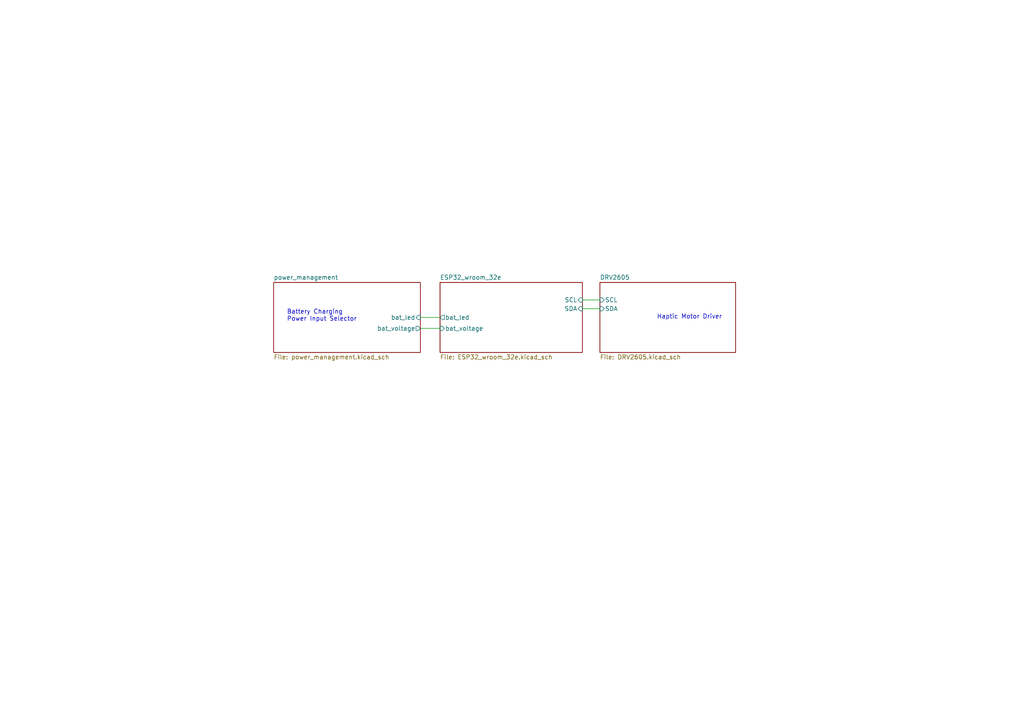
<source format=kicad_sch>
(kicad_sch (version 20230121) (generator eeschema)

  (uuid 6956d5b6-c4e4-494f-ad33-929668a150f2)

  (paper "A4")

  (lib_symbols
  )


  (wire (pts (xy 168.91 86.995) (xy 173.99 86.995))
    (stroke (width 0) (type default))
    (uuid 280dc5a3-42bd-46e6-a420-28246279bc5a)
  )
  (wire (pts (xy 121.92 95.25) (xy 127.635 95.25))
    (stroke (width 0) (type default))
    (uuid 474089bd-548d-4975-ae17-50ddb06e13c7)
  )
  (wire (pts (xy 121.92 92.075) (xy 127.635 92.075))
    (stroke (width 0) (type default))
    (uuid 942a7862-1941-463c-839f-07cec92a57ee)
  )
  (wire (pts (xy 168.91 89.535) (xy 173.99 89.535))
    (stroke (width 0) (type default))
    (uuid bd3c6d28-e6f1-4d90-8716-4e921e93bb14)
  )

  (text "Battery Charging\nPower Input Selector" (at 83.185 93.345 0)
    (effects (font (size 1.27 1.27)) (justify left bottom))
    (uuid 21f013ac-6aa1-417e-9b03-edea0b822356)
  )
  (text "Haptic Motor Driver " (at 190.5 92.71 0)
    (effects (font (size 1.27 1.27)) (justify left bottom))
    (uuid 99c24c5a-357d-4b29-8e22-71e4e12cd690)
  )

  (sheet (at 127.635 81.915) (size 41.275 20.32) (fields_autoplaced)
    (stroke (width 0.1524) (type solid))
    (fill (color 0 0 0 0.0000))
    (uuid 8ac2dff6-0792-4e75-a787-575cd7604dc2)
    (property "Sheetname" "ESP32_wroom_32e" (at 127.635 81.2034 0)
      (effects (font (size 1.27 1.27)) (justify left bottom))
    )
    (property "Sheetfile" "ESP32_wroom_32e.kicad_sch" (at 127.635 102.8196 0)
      (effects (font (size 1.27 1.27)) (justify left top))
    )
    (pin "SCL" input (at 168.91 86.995 0)
      (effects (font (size 1.27 1.27)) (justify right))
      (uuid 2a701ec1-5ef6-49c4-a9b8-7b1dcfc76ce0)
    )
    (pin "SDA" input (at 168.91 89.535 0)
      (effects (font (size 1.27 1.27)) (justify right))
      (uuid 3855db64-4801-445b-b83e-9e7849cbe5fc)
    )
    (pin "bat_voltage" input (at 127.635 95.25 180)
      (effects (font (size 1.27 1.27)) (justify left))
      (uuid e7798e53-2316-49ad-988d-886364bb66d9)
    )
    (pin "bat_led" output (at 127.635 92.075 180)
      (effects (font (size 1.27 1.27)) (justify left))
      (uuid 1d682ae1-893f-4d5d-8e5b-e52c4b06d350)
    )
    (instances
      (project "Hapty"
        (path "/6956d5b6-c4e4-494f-ad33-929668a150f2" (page "2"))
      )
    )
  )

  (sheet (at 173.99 81.915) (size 39.37 20.32) (fields_autoplaced)
    (stroke (width 0.1524) (type solid))
    (fill (color 0 0 0 0.0000))
    (uuid 97564ff4-8fc9-4848-aecf-26d1447d9009)
    (property "Sheetname" "DRV2605" (at 173.99 81.2034 0)
      (effects (font (size 1.27 1.27)) (justify left bottom))
    )
    (property "Sheetfile" "DRV2605.kicad_sch" (at 173.99 102.8196 0)
      (effects (font (size 1.27 1.27)) (justify left top))
    )
    (pin "SCL" input (at 173.99 86.995 180)
      (effects (font (size 1.27 1.27)) (justify left))
      (uuid c1e2b061-e8cf-4229-96c7-00168d85723c)
    )
    (pin "SDA" input (at 173.99 89.535 180)
      (effects (font (size 1.27 1.27)) (justify left))
      (uuid c9ebfbf1-73b0-44b6-8071-f4ac67735808)
    )
    (instances
      (project "Hapty"
        (path "/6956d5b6-c4e4-494f-ad33-929668a150f2" (page "4"))
      )
    )
  )

  (sheet (at 79.375 81.915) (size 42.545 20.32) (fields_autoplaced)
    (stroke (width 0.1524) (type solid))
    (fill (color 0 0 0 0.0000))
    (uuid 9d7551c4-2ace-4c7d-b440-35f584b50335)
    (property "Sheetname" "power_management" (at 79.375 81.2034 0)
      (effects (font (size 1.27 1.27)) (justify left bottom))
    )
    (property "Sheetfile" "power_management.kicad_sch" (at 79.375 102.8196 0)
      (effects (font (size 1.27 1.27)) (justify left top))
    )
    (pin "bat_led" input (at 121.92 92.075 0)
      (effects (font (size 1.27 1.27)) (justify right))
      (uuid d8181db0-dda1-4b13-a8ac-f897ebb42d81)
    )
    (pin "bat_voltage" output (at 121.92 95.25 0)
      (effects (font (size 1.27 1.27)) (justify right))
      (uuid 40efb99c-ff3b-4838-96fe-e8297491839e)
    )
    (instances
      (project "Hapty"
        (path "/6956d5b6-c4e4-494f-ad33-929668a150f2" (page "3"))
      )
    )
  )

  (sheet_instances
    (path "/" (page "1"))
  )
)

</source>
